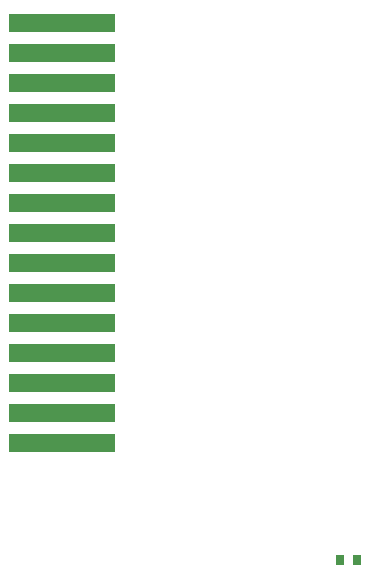
<source format=gtp>
G04 Layer: TopPasteMaskLayer*
G04 EasyEDA v6.5.22, 2023-04-21 14:11:52*
G04 02b723c2ecb045abbe3cd18361d6b951,0d2cea57a9a8422ebbcee2df73fbc454,10*
G04 Gerber Generator version 0.2*
G04 Scale: 100 percent, Rotated: No, Reflected: No *
G04 Dimensions in millimeters *
G04 leading zeros omitted , absolute positions ,4 integer and 5 decimal *
%FSLAX45Y45*%
%MOMM*%

%ADD10R,0.8000X0.9000*%
%ADD11R,9.0000X1.5240*%

%LPD*%
D10*
G01*
X3219602Y-152400D03*
G01*
X3079597Y-152400D03*
D11*
G01*
X723900Y4394200D03*
G01*
X723900Y4140200D03*
G01*
X723900Y3886200D03*
G01*
X723900Y3632200D03*
G01*
X723900Y3378200D03*
G01*
X723900Y3124200D03*
G01*
X723900Y2870200D03*
G01*
X723900Y2616200D03*
G01*
X723900Y2362200D03*
G01*
X723900Y2108200D03*
G01*
X723900Y1854200D03*
G01*
X723900Y1600200D03*
G01*
X723900Y1346200D03*
G01*
X723900Y1092200D03*
G01*
X723900Y838200D03*
M02*

</source>
